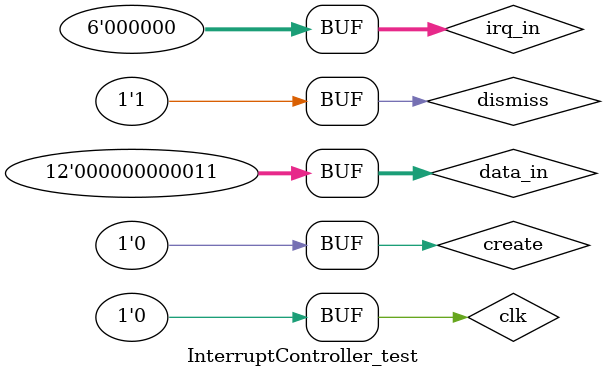
<source format=v>
module InterruptInput(
	input clk,
	input irq, // irq: positive edge triggered
	input dismiss,
	output reg out
);
	reg irq_toggler = 1'b0;
	reg irq_sync = 1'b0;
	reg irq_sync2 = 1'b0;
	reg irq_prev = 1'b0;
	always @(posedge irq) begin
		irq_toggler <= ~irq_toggler;
	end
	
	always @(posedge clk) begin
		{irq_sync2, irq_sync, irq_prev} <= {irq_toggler, irq_sync2, irq_sync};
		out <= (out | (irq_prev ^ irq_sync)) & ~dismiss;
	end
endmodule

module PriorityEncoder #(
	parameter WIDTH_IN = 4,
	parameter WIDTH_OUT = 2
) (
	input [WIDTH_IN-1:0] in,
	input [WIDTH_OUT-1:0] default_val,
	output reg [WIDTH_OUT-1:0] out
);

	integer i;
	always @(*) begin
		out = default_val;
		for (i = WIDTH_IN-1; i >= 0; i = i - 1) begin
			if (in[i]) out = i;
		end
	end
endmodule

module InterruptController #(
	parameter INTERRUPT_LINES = 24
) (
	input clk,
	input [INTERRUPT_LINES-1:0] irq,
	input dismiss,
	input create,
	input [11:0] data_in,
	output [11:0] next_interrupt
);
	wire select_all = (data_in == 12'o7777);
	wire select_software = (data_in >= INTERRUPT_LINES);
	wire [INTERRUPT_LINES-1:0] irq_out;
	reg [11:0] software_interrupt;
	
	genvar idx;
	generate
		for (idx = 0; idx < INTERRUPT_LINES; idx = idx + 1) begin : gen_inputs
			InterruptInput irq_input(
				.clk(clk),
				.irq(irq[idx]),
				.dismiss(dismiss & ((data_in == idx) | select_all)),
				.out(irq_out[idx])
			);
		end
	endgenerate
	
	PriorityEncoder #(
		.WIDTH_IN(INTERRUPT_LINES),
		.WIDTH_OUT(12)
	) interrupt_finder(
		.in(irq_out),
		.default_val(software_interrupt),
		.out(next_interrupt)
	);
	
	always @(posedge clk) begin
		if (select_software) begin
			if (dismiss) software_interrupt <= 12'o7777;
			if (create) software_interrupt <= data_in;
		end
	end
endmodule

`timescale 1ns/1ps
module InterruptController_test();
	reg clk = 1'b0;
	reg [5:0] irq_in = 6'b0;
	reg dismiss;
	reg create;
	reg [11:0] data_in;
	wire [11:0] next_interrupt;
	
	InterruptController #(
		.INTERRUPT_LINES(6)
	) DUT(
		.clk(clk),
		.irq(irq_in),
		.dismiss(dismiss),
		.create(create),
		.data_in(data_in),
		.next_interrupt(next_interrupt)
	);
	
	initial repeat (200) begin
		#10 clk = ~clk; 
	end
	
	initial begin
		#189 irq_in[2] = 1'b1;
		#1 irq_in[2] = 1'b0;
		#159 irq_in[0] = 1'b1;
		#1 irq_in[0] = 1'b0;
		#149 irq_in[1] = 1'b1;
		#1 irq_in[1] = 1'b0;
		#149 irq_in[3] = 1'b1;
		#1 irq_in[3] = 1'b0;
	end
	
	initial begin
		data_in = 12'o7777;
		dismiss = 1'b1;
		create = 1'b0;
		#20;
		dismiss = 1'b0;
		create = 1'b1;
		data_in = 12'o7000;
		#20;
		create = 1'b0;
		#400;
		data_in = 12'o0000;
		dismiss = 1'b1;
		#20;
		dismiss = 1'b0;
		#260;
		data_in = 12'o0001;
		dismiss = 1'b1;
		#20;
		data_in = 12'o0002;
		#20;
		dismiss = 1'b0;
		#100;
		dismiss = 1'b1;
		data_in = 12'o0003;
		#20;
	end
endmodule

</source>
